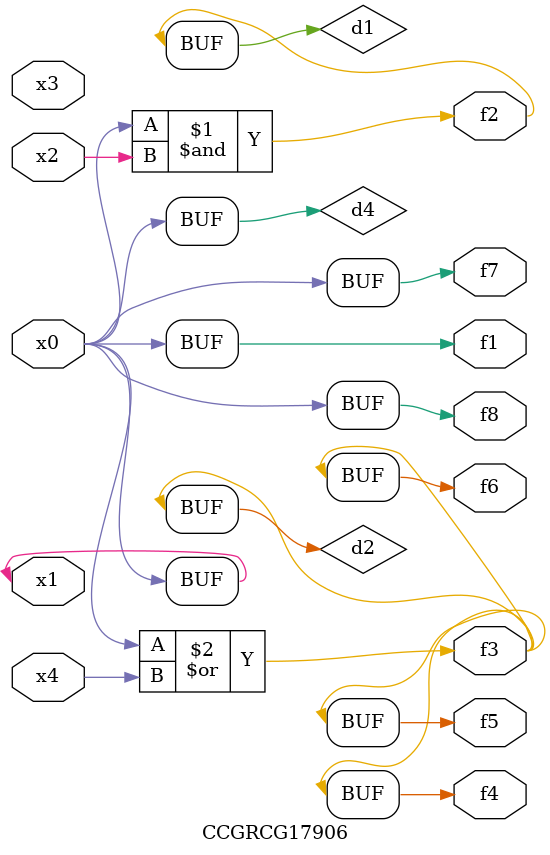
<source format=v>
module CCGRCG17906(
	input x0, x1, x2, x3, x4,
	output f1, f2, f3, f4, f5, f6, f7, f8
);

	wire d1, d2, d3, d4;

	and (d1, x0, x2);
	or (d2, x0, x4);
	nand (d3, x0, x2);
	buf (d4, x0, x1);
	assign f1 = d4;
	assign f2 = d1;
	assign f3 = d2;
	assign f4 = d2;
	assign f5 = d2;
	assign f6 = d2;
	assign f7 = d4;
	assign f8 = d4;
endmodule

</source>
